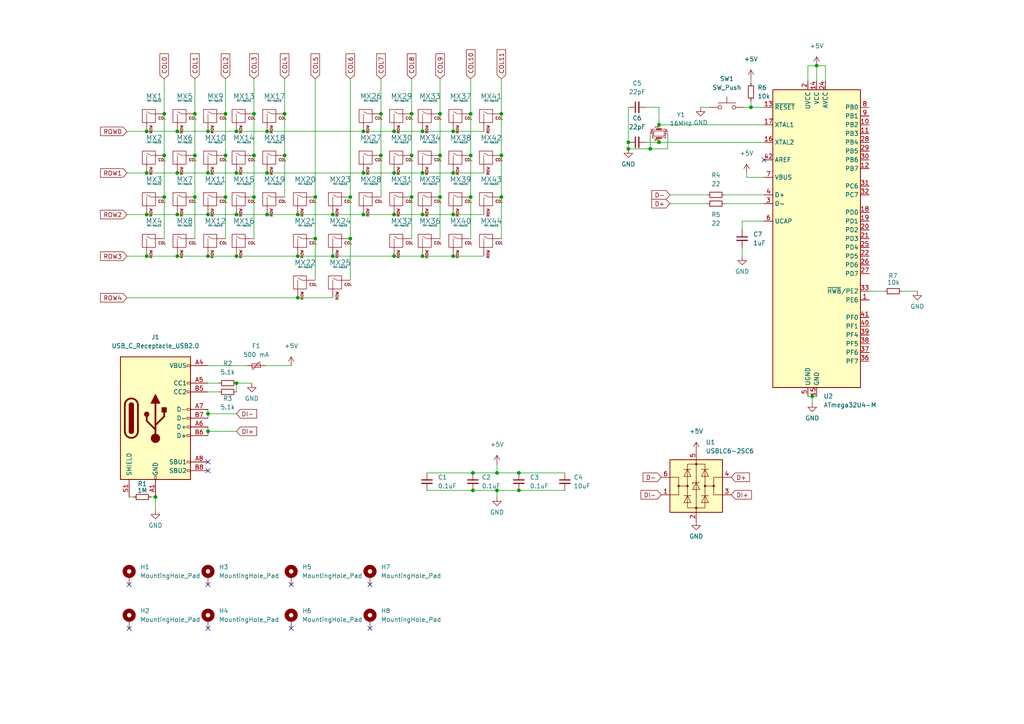
<source format=kicad_sch>
(kicad_sch (version 20211123) (generator eeschema)
  (paper "A4")
  (lib_symbols
    (symbol "Connector:USB_C_Receptacle_USB2.0" (pin_names (offset 1.016))
      (property "Reference" "J" (at -10.16 19.05 0))
      (property "Value" "USB_C_Receptacle_USB2.0" (at 19.05 19.05 0))
      (symbol "USB_C_Receptacle_USB2.0_0_0"
        (rectangle (start -0.254 -17.78) (end 0.254 -16.764))
        (rectangle (start 10.16 -14.986) (end 9.144 -15.494))
        (rectangle (start 10.16 -12.446) (end 9.144 -12.954))
        (rectangle (start 10.16 -4.826) (end 9.144 -5.334))
        (rectangle (start 10.16 -2.286) (end 9.144 -2.794))
        (rectangle (start 10.16 0.254) (end 9.144 -0.254))
        (rectangle (start 10.16 2.794) (end 9.144 2.286))
        (rectangle (start 10.16 7.874) (end 9.144 7.366))
        (rectangle (start 10.16 10.414) (end 9.144 9.906))
        (rectangle (start 10.16 15.494) (end 9.144 14.986))
      )
      (symbol "USB_C_Receptacle_USB2.0_0_1"
        (rectangle (start -10.16 17.78) (end 10.16 -17.78) (stroke (width 0.254)) (fill (type background)))
        (arc (start -8.89 -3.81) (mid -6.985 -5.715) (end -5.08 -3.81) (stroke (width 0.508)))
        (arc (start -7.62 -3.81) (mid -6.985 -4.445) (end -6.35 -3.81) (stroke (width 0.254)))
        (arc (start -7.62 -3.81) (mid -6.985 -4.445) (end -6.35 -3.81) (stroke (width 0.254)) (fill (type outline)))
        (rectangle (start -7.62 -3.81) (end -6.35 3.81) (stroke (width 0.254)) (fill (type outline)))
        (arc (start -6.35 3.81) (mid -6.985 4.445) (end -7.62 3.81) (stroke (width 0.254)))
        (arc (start -6.35 3.81) (mid -6.985 4.445) (end -7.62 3.81) (stroke (width 0.254)) (fill (type outline)))
        (arc (start -5.08 3.81) (mid -6.985 5.715) (end -8.89 3.81) (stroke (width 0.508)))
        (circle (center -2.54 1.143) (radius 0.635) (stroke (width 0.254)) (fill (type outline)))
        (circle (center 0 -5.842) (radius 1.27) (fill (type outline)))
        (polyline (pts (xy -8.89 -3.81) (xy -8.89 3.81)) (stroke (width 0.508)))
        (polyline (pts (xy -5.08 3.81) (xy -5.08 -3.81)) (stroke (width 0.508)))
        (polyline (pts (xy 0 -5.842) (xy 0 4.318)) (stroke (width 0.508)))
        (polyline (pts (xy 0 -3.302) (xy -2.54 -0.762) (xy -2.54 0.508)) (stroke (width 0.508)))
        (polyline (pts (xy 0 -2.032) (xy 2.54 0.508) (xy 2.54 1.778)) (stroke (width 0.508)))
        (polyline (pts (xy -1.27 4.318) (xy 0 6.858) (xy 1.27 4.318) (xy -1.27 4.318)) (stroke (width 0.254)) (fill (type outline)))
        (rectangle (start 1.905 1.778) (end 3.175 3.048) (stroke (width 0.254)) (fill (type outline)))
      )
      (symbol "USB_C_Receptacle_USB2.0_1_1"
        (pin passive line (at 0 -22.86 90) (length 5.08) (name "GND") (number "A1"))
        (pin passive line (at 0 -22.86 90) (length 5.08) hide (name "GND") (number "A12"))
        (pin passive line (at 15.24 15.24 180) (length 5.08) (name "VBUS") (number "A4"))
        (pin bidirectional line (at 15.24 10.16 180) (length 5.08) (name "CC1") (number "A5"))
        (pin bidirectional line (at 15.24 -2.54 180) (length 5.08) (name "D+") (number "A6"))
        (pin bidirectional line (at 15.24 2.54 180) (length 5.08) (name "D-") (number "A7"))
        (pin bidirectional line (at 15.24 -12.7 180) (length 5.08) (name "SBU1") (number "A8"))
        (pin passive line (at 15.24 15.24 180) (length 5.08) hide (name "VBUS") (number "A9"))
        (pin passive line (at 0 -22.86 90) (length 5.08) hide (name "GND") (number "B1"))
        (pin passive line (at 0 -22.86 90) (length 5.08) hide (name "GND") (number "B12"))
        (pin passive line (at 15.24 15.24 180) (length 5.08) hide (name "VBUS") (number "B4"))
        (pin bidirectional line (at 15.24 7.62 180) (length 5.08) (name "CC2") (number "B5"))
        (pin bidirectional line (at 15.24 -5.08 180) (length 5.08) (name "D+") (number "B6"))
        (pin bidirectional line (at 15.24 0 180) (length 5.08) (name "D-") (number "B7"))
        (pin bidirectional line (at 15.24 -15.24 180) (length 5.08) (name "SBU2") (number "B8"))
        (pin passive line (at 15.24 15.24 180) (length 5.08) hide (name "VBUS") (number "B9"))
        (pin passive line (at -7.62 -22.86 90) (length 5.08) (name "SHIELD") (number "S1"))
      )
    )
    (symbol "Device:C_Small" (pin_numbers hide) (pin_names (offset 0.254) hide)
      (property "Reference" "C" (at 0.254 1.778 0))
      (property "Value" "C_Small" (at 0.254 -2.032 0))
      (symbol "C_Small_0_1"
        (polyline (pts (xy -1.524 -0.508) (xy 1.524 -0.508)) (stroke (width 0.3302)))
        (polyline (pts (xy -1.524 0.508) (xy 1.524 0.508)) (stroke (width 0.3048)))
      )
      (symbol "C_Small_1_1"
        (pin passive line (at 0 2.54 270) (length 2.032) (name "~") (number "1"))
        (pin passive line (at 0 -2.54 90) (length 2.032) (name "~") (number "2"))
      )
    )
    (symbol "Device:Crystal_GND24_Small" (pin_names (offset 1.016) hide)
      (property "Reference" "Y" (at 1.27 4.445 0))
      (property "Value" "Crystal_GND24_Small" (at 1.27 2.54 0))
      (symbol "Crystal_GND24_Small_0_1"
        (rectangle (start -0.762 -1.524) (end 0.762 1.524))
        (polyline (pts (xy -1.27 -0.762) (xy -1.27 0.762)) (stroke (width 0.381)))
        (polyline (pts (xy 1.27 -0.762) (xy 1.27 0.762)) (stroke (width 0.381)))
        (polyline (pts (xy -1.27 -1.27) (xy -1.27 -1.905) (xy 1.27 -1.905) (xy 1.27 -1.27)))
        (polyline (pts (xy -1.27 1.27) (xy -1.27 1.905) (xy 1.27 1.905) (xy 1.27 1.27)))
      )
      (symbol "Crystal_GND24_Small_1_1"
        (pin passive line (at -2.54 0 0) (length 1.27) (name "1") (number "1"))
        (pin passive line (at 0 -2.54 90) (length 0.635) (name "2") (number "2"))
        (pin passive line (at 2.54 0 180) (length 1.27) (name "3") (number "3"))
        (pin passive line (at 0 2.54 270) (length 0.635) (name "4") (number "4"))
      )
    )
    (symbol "Device:Polyfuse_Small" (pin_numbers hide) (pin_names (offset 0))
      (property "Reference" "F" (at -1.905 0 90))
      (property "Value" "Polyfuse_Small" (at 1.905 0 90))
      (symbol "Polyfuse_Small_0_1"
        (rectangle (start -0.508 1.27) (end 0.508 -1.27))
        (polyline (pts (xy 0 2.54) (xy 0 -2.54)))
        (polyline (pts (xy -1.016 1.27) (xy -1.016 0.762) (xy 1.016 -0.762) (xy 1.016 -1.27)))
      )
      (symbol "Polyfuse_Small_1_1"
        (pin passive line (at 0 2.54 270) (length 0.635) (name "~") (number "1"))
        (pin passive line (at 0 -2.54 90) (length 0.635) (name "~") (number "2"))
      )
    )
    (symbol "Device:R_Small" (pin_numbers hide) (pin_names (offset 0.254) hide)
      (property "Reference" "R" (at 0.762 0.508 0))
      (property "Value" "R_Small" (at 0.762 -1.016 0))
      (symbol "R_Small_0_1"
        (rectangle (start -0.762 1.778) (end 0.762 -1.778) (stroke (width 0.2032)))
      )
      (symbol "R_Small_1_1"
        (pin passive line (at 0 2.54 270) (length 0.762) (name "~") (number "1"))
        (pin passive line (at 0 -2.54 90) (length 0.762) (name "~") (number "2"))
      )
    )
    (symbol "MCU_Microchip_ATmega:ATmega32U4-M"
      (property "Reference" "U" (at -12.7 44.45 0))
      (property "Value" "ATmega32U4-M" (at 2.54 -44.45 0))
      (symbol "ATmega32U4-M_0_1"
        (rectangle (start -12.7 -43.18) (end 12.7 43.18) (stroke (width 0.254)) (fill (type background)))
      )
      (symbol "ATmega32U4-M_1_1"
        (pin bidirectional line (at 15.24 -17.78 180) (length 2.54) (name "PE6") (number "1"))
        (pin bidirectional line (at 15.24 33.02 180) (length 2.54) (name "PB2") (number "10"))
        (pin bidirectional line (at 15.24 30.48 180) (length 2.54) (name "PB3") (number "11"))
        (pin bidirectional line (at 15.24 20.32 180) (length 2.54) (name "PB7") (number "12"))
        (pin input line (at -15.24 38.1 0) (length 2.54) (name "~{RESET}") (number "13"))
        (pin power_in line (at 0 45.72 270) (length 2.54) (name "VCC") (number "14"))
        (pin power_in line (at 0 -45.72 90) (length 2.54) (name "GND") (number "15"))
        (pin output line (at -15.24 27.94 0) (length 2.54) (name "XTAL2") (number "16"))
        (pin input line (at -15.24 33.02 0) (length 2.54) (name "XTAL1") (number "17"))
        (pin bidirectional line (at 15.24 7.62 180) (length 2.54) (name "PD0") (number "18"))
        (pin bidirectional line (at 15.24 5.08 180) (length 2.54) (name "PD1") (number "19"))
        (pin power_in line (at -2.54 45.72 270) (length 2.54) (name "UVCC") (number "2"))
        (pin bidirectional line (at 15.24 2.54 180) (length 2.54) (name "PD2") (number "20"))
        (pin bidirectional line (at 15.24 0 180) (length 2.54) (name "PD3") (number "21"))
        (pin bidirectional line (at 15.24 -5.08 180) (length 2.54) (name "PD5") (number "22"))
        (pin passive line (at 0 -45.72 90) (length 2.54) hide (name "GND") (number "23"))
        (pin power_in line (at 2.54 45.72 270) (length 2.54) (name "AVCC") (number "24"))
        (pin bidirectional line (at 15.24 -2.54 180) (length 2.54) (name "PD4") (number "25"))
        (pin bidirectional line (at 15.24 -7.62 180) (length 2.54) (name "PD6") (number "26"))
        (pin bidirectional line (at 15.24 -10.16 180) (length 2.54) (name "PD7") (number "27"))
        (pin bidirectional line (at 15.24 27.94 180) (length 2.54) (name "PB4") (number "28"))
        (pin bidirectional line (at 15.24 25.4 180) (length 2.54) (name "PB5") (number "29"))
        (pin bidirectional line (at -15.24 10.16 0) (length 2.54) (name "D-") (number "3"))
        (pin bidirectional line (at 15.24 22.86 180) (length 2.54) (name "PB6") (number "30"))
        (pin bidirectional line (at 15.24 15.24 180) (length 2.54) (name "PC6") (number "31"))
        (pin bidirectional line (at 15.24 12.7 180) (length 2.54) (name "PC7") (number "32"))
        (pin bidirectional line (at 15.24 -15.24 180) (length 2.54) (name "~{HWB}/PE2") (number "33"))
        (pin passive line (at 0 45.72 270) (length 2.54) hide (name "VCC") (number "34"))
        (pin passive line (at 0 -45.72 90) (length 2.54) hide (name "GND") (number "35"))
        (pin bidirectional line (at 15.24 -35.56 180) (length 2.54) (name "PF7") (number "36"))
        (pin bidirectional line (at 15.24 -33.02 180) (length 2.54) (name "PF6") (number "37"))
        (pin bidirectional line (at 15.24 -30.48 180) (length 2.54) (name "PF5") (number "38"))
        (pin bidirectional line (at 15.24 -27.94 180) (length 2.54) (name "PF4") (number "39"))
        (pin bidirectional line (at -15.24 12.7 0) (length 2.54) (name "D+") (number "4"))
        (pin bidirectional line (at 15.24 -25.4 180) (length 2.54) (name "PF1") (number "40"))
        (pin bidirectional line (at 15.24 -22.86 180) (length 2.54) (name "PF0") (number "41"))
        (pin passive line (at -15.24 22.86 0) (length 2.54) (name "AREF") (number "42"))
        (pin passive line (at 0 -45.72 90) (length 2.54) hide (name "GND") (number "43"))
        (pin passive line (at 2.54 45.72 270) (length 2.54) hide (name "AVCC") (number "44"))
        (pin passive line (at 0 -45.72 90) (length 2.54) hide (name "GND") (number "45"))
        (pin passive line (at -2.54 -45.72 90) (length 2.54) (name "UGND") (number "5"))
        (pin passive line (at -15.24 5.08 0) (length 2.54) (name "UCAP") (number "6"))
        (pin input line (at -15.24 17.78 0) (length 2.54) (name "VBUS") (number "7"))
        (pin bidirectional line (at 15.24 38.1 180) (length 2.54) (name "PB0") (number "8"))
        (pin bidirectional line (at 15.24 35.56 180) (length 2.54) (name "PB1") (number "9"))
      )
    )
    (symbol "MX_Alps_Hybrid:MX-NoLED" (pin_names (offset 1.016))
      (property "Reference" "MX" (at -0.635 3.81 0))
      (property "Value" "MX-NoLED" (at -0.635 1.27 0))
      (symbol "MX-NoLED_0_0"
        (rectangle (start -2.54 2.54) (end 1.27 -1.27))
        (polyline (pts (xy -1.27 -1.27) (xy -1.27 1.27)) (stroke (width 0.127)))
        (polyline (pts (xy 1.27 1.27) (xy 0 1.27) (xy -1.27 1.905)) (stroke (width 0.127)))
        (text "COL" (at 3.175 0 0) (effects (font (size 0.762 0.762))))
        (text "ROW" (at 0 -1.905 900) (effects (font (size 0.762 0.762)) (justify right)))
      )
      (symbol "MX-NoLED_1_1"
        (pin passive line (at 3.81 1.27 180) (length 2.54) (name "COL") (number "1"))
        (pin passive line (at -1.27 -3.81 90) (length 2.54) (name "ROW") (number "2"))
      )
    )
    (symbol "Mechanical:MountingHole_Pad" (pin_numbers hide) (pin_names (offset 1.016) hide)
      (property "Reference" "H" (at 0 6.35 0))
      (property "Value" "MountingHole_Pad" (at 0 4.445 0))
      (symbol "MountingHole_Pad_0_1"
        (circle (center 0 1.27) (radius 1.27) (stroke (width 1.27)))
      )
      (symbol "MountingHole_Pad_1_1"
        (pin input line (at 0 -2.54 90) (length 2.54) (name "1") (number "1"))
      )
    )
    (symbol "Power_Protection:USBLC6-2SC6" (pin_names hide)
      (property "Reference" "U" (at 2.54 8.89 0))
      (property "Value" "USBLC6-2SC6" (at 2.54 -8.89 0))
      (symbol "USBLC6-2SC6_0_1"
        (rectangle (start -7.62 -7.62) (end 7.62 7.62) (stroke (width 0.254)) (fill (type background)))
        (circle (center -5.08 0) (radius 0.254) (fill (type outline)))
        (circle (center -2.54 0) (radius 0.254) (fill (type outline)))
        (rectangle (start -2.54 6.35) (end 2.54 -6.35))
        (circle (center 0 -6.35) (radius 0.254) (fill (type outline)))
        (polyline (pts (xy -5.08 -2.54) (xy -7.62 -2.54)))
        (polyline (pts (xy -5.08 0) (xy -5.08 -2.54)))
        (polyline (pts (xy -5.08 2.54) (xy -7.62 2.54)))
        (polyline (pts (xy -1.524 -2.794) (xy -3.556 -2.794)))
        (polyline (pts (xy -1.524 4.826) (xy -3.556 4.826)))
        (polyline (pts (xy 0 -7.62) (xy 0 -6.35)))
        (polyline (pts (xy 0 -6.35) (xy 0 1.27)))
        (polyline (pts (xy 0 1.27) (xy 0 6.35)))
        (polyline (pts (xy 0 6.35) (xy 0 7.62)))
        (polyline (pts (xy 1.524 -2.794) (xy 3.556 -2.794)))
        (polyline (pts (xy 1.524 4.826) (xy 3.556 4.826)))
        (polyline (pts (xy 5.08 -2.54) (xy 7.62 -2.54)))
        (polyline (pts (xy 5.08 0) (xy 5.08 -2.54)))
        (polyline (pts (xy 5.08 2.54) (xy 7.62 2.54)))
        (polyline (pts (xy -2.54 0) (xy -5.08 0) (xy -5.08 2.54)))
        (polyline (pts (xy 2.54 0) (xy 5.08 0) (xy 5.08 2.54)))
        (polyline (pts (xy -3.556 -4.826) (xy -1.524 -4.826) (xy -2.54 -2.794) (xy -3.556 -4.826)))
        (polyline (pts (xy -3.556 2.794) (xy -1.524 2.794) (xy -2.54 4.826) (xy -3.556 2.794)))
        (polyline (pts (xy -1.016 -1.016) (xy 1.016 -1.016) (xy 0 1.016) (xy -1.016 -1.016)))
        (polyline (pts (xy 1.016 1.016) (xy 0.762 1.016) (xy -1.016 1.016) (xy -1.016 0.508)))
        (polyline (pts (xy 3.556 -4.826) (xy 1.524 -4.826) (xy 2.54 -2.794) (xy 3.556 -4.826)))
        (polyline (pts (xy 3.556 2.794) (xy 1.524 2.794) (xy 2.54 4.826) (xy 3.556 2.794)))
        (circle (center 0 6.35) (radius 0.254) (fill (type outline)))
        (circle (center 2.54 0) (radius 0.254) (fill (type outline)))
        (circle (center 5.08 0) (radius 0.254) (fill (type outline)))
      )
      (symbol "USBLC6-2SC6_1_1"
        (pin passive line (at -10.16 -2.54 0) (length 2.54) (name "I/O1") (number "1"))
        (pin passive line (at 0 -10.16 90) (length 2.54) (name "GND") (number "2"))
        (pin passive line (at 10.16 -2.54 180) (length 2.54) (name "I/O2") (number "3"))
        (pin passive line (at 10.16 2.54 180) (length 2.54) (name "I/O2") (number "4"))
        (pin passive line (at 0 10.16 270) (length 2.54) (name "VBUS") (number "5"))
        (pin passive line (at -10.16 2.54 0) (length 2.54) (name "I/O1") (number "6"))
      )
    )
    (symbol "Switch:SW_Push" (pin_numbers hide) (pin_names (offset 1.016) hide)
      (property "Reference" "SW" (at 1.27 2.54 0))
      (property "Value" "SW_Push" (at 0 -1.524 0))
      (symbol "SW_Push_0_1"
        (circle (center -2.032 0) (radius 0.508))
        (polyline (pts (xy 0 1.27) (xy 0 3.048)))
        (polyline (pts (xy 2.54 1.27) (xy -2.54 1.27)))
        (circle (center 2.032 0) (radius 0.508))
        (pin passive line (at -5.08 0 0) (length 2.54) (name "1") (number "1"))
        (pin passive line (at 5.08 0 180) (length 2.54) (name "2") (number "2"))
      )
    )
    (symbol "power:+5V" (power) (pin_names (offset 0))
      (property "Value" "+5V" (at 0 3.556 0))
      (symbol "+5V_0_1"
        (polyline (pts (xy -0.762 1.27) (xy 0 2.54)))
        (polyline (pts (xy 0 0) (xy 0 2.54)))
        (polyline (pts (xy 0 2.54) (xy 0.762 1.27)))
      )
      (symbol "+5V_1_1"
        (pin power_in line (at 0 0 90) (length 0) hide (name "+5V") (number "1"))
      )
    )
    (symbol "power:GND" (power) (pin_names (offset 0))
      (property "Value" "GND" (at 0 -3.81 0))
      (symbol "GND_0_1"
        (polyline (pts (xy 0 0) (xy 0 -1.27) (xy 1.27 -1.27) (xy 0 -2.54) (xy -1.27 -1.27) (xy 0 -1.27)))
      )
      (symbol "GND_1_1"
        (pin power_in line (at 0 0 270) (length 0) hide (name "GND") (number "1"))
      )
    )
  )
  (junction (at 45.085 144.145))
  (junction (at 51.435 62.23))
  (junction (at 65.405 33.02))
  (junction (at 60.325 62.23))
  (junction (at 68.58 111.125))
  (junction (at 191.135 41.275))
  (junction (at 119.38 45.085))
  (junction (at 42.545 38.1))
  (junction (at 122.555 74.295))
  (junction (at 144.145 137.16))
  (junction (at 182.245 41.275))
  (junction (at 122.555 62.23))
  (junction (at 42.545 62.23))
  (junction (at 51.435 74.295))
  (junction (at 73.66 33.02))
  (junction (at 60.325 50.165))
  (junction (at 122.555 38.1))
  (junction (at 136.525 33.02))
  (junction (at 131.445 38.1))
  (junction (at 131.445 50.165))
  (junction (at 235.585 114.935))
  (junction (at 127.635 45.085))
  (junction (at 86.36 74.295))
  (junction (at 47.625 57.15))
  (junction (at 86.36 62.23))
  (junction (at 60.325 38.1))
  (junction (at 51.435 38.1))
  (junction (at 68.58 74.295))
  (junction (at 60.325 74.295))
  (junction (at 144.145 142.24))
  (junction (at 65.405 45.085))
  (junction (at 96.52 74.295))
  (junction (at 56.515 57.15))
  (junction (at 122.555 50.165))
  (junction (at 105.41 50.165))
  (junction (at 68.58 50.165))
  (junction (at 86.36 86.36))
  (junction (at 73.66 45.085))
  (junction (at 60.325 120.015))
  (junction (at 119.38 57.15))
  (junction (at 91.44 57.15))
  (junction (at 131.445 74.295))
  (junction (at 68.58 38.1))
  (junction (at 136.525 45.085))
  (junction (at 217.805 31.115))
  (junction (at 114.3 62.23))
  (junction (at 105.41 38.1))
  (junction (at 82.55 33.02))
  (junction (at 82.55 45.085))
  (junction (at 68.58 62.23))
  (junction (at 65.405 57.15))
  (junction (at 114.3 38.1))
  (junction (at 96.52 62.23))
  (junction (at 47.625 33.02))
  (junction (at 101.6 69.215))
  (junction (at 119.38 33.02))
  (junction (at 188.595 43.18))
  (junction (at 56.515 45.085))
  (junction (at 145.415 33.02))
  (junction (at 77.47 62.23))
  (junction (at 191.135 36.195))
  (junction (at 60.325 125.095))
  (junction (at 236.855 19.05))
  (junction (at 127.635 57.15))
  (junction (at 114.3 74.295))
  (junction (at 47.625 45.085))
  (junction (at 150.495 142.24))
  (junction (at 105.41 62.23))
  (junction (at 150.495 137.16))
  (junction (at 77.47 38.1))
  (junction (at 56.515 33.02))
  (junction (at 110.49 45.085))
  (junction (at 137.16 142.24))
  (junction (at 127.635 33.02))
  (junction (at 110.49 33.02))
  (junction (at 114.3 50.165))
  (junction (at 42.545 74.295))
  (junction (at 136.525 57.15))
  (junction (at 145.415 45.085))
  (junction (at 101.6 57.15))
  (junction (at 137.16 137.16))
  (junction (at 182.245 43.18))
  (junction (at 77.47 50.165))
  (junction (at 42.545 50.165))
  (junction (at 131.445 62.23))
  (junction (at 51.435 50.165))
  (junction (at 91.44 69.215))
  (junction (at 73.66 57.15))
  (junction (at 145.415 57.15))
  (no_connect (at 60.325 133.985))
  (no_connect (at 60.325 136.525))
  (no_connect (at 221.615 46.355))
  (no_connect (at 37.465 169.545))
  (no_connect (at 60.325 169.545))
  (no_connect (at 60.325 182.245))
  (no_connect (at 37.465 182.245))
  (no_connect (at 84.455 169.545))
  (no_connect (at 107.315 169.545))
  (no_connect (at 107.315 182.245))
  (no_connect (at 84.455 182.245))
  (wire (pts (xy 221.615 64.135) (xy 215.265 64.135)))
  (wire (pts (xy 42.545 50.165) (xy 51.435 50.165)))
  (wire (pts (xy 73.66 45.085) (xy 73.66 57.15)))
  (wire (pts (xy 56.515 57.15) (xy 56.515 69.215)))
  (wire (pts (xy 91.44 69.215) (xy 91.44 81.28)))
  (wire (pts (xy 68.58 74.295) (xy 86.36 74.295)))
  (wire (pts (xy 60.325 118.745) (xy 60.325 120.015)))
  (wire (pts (xy 60.325 125.095) (xy 60.325 126.365)))
  (wire (pts (xy 101.6 57.15) (xy 101.6 69.215)))
  (wire (pts (xy 68.58 111.125) (xy 73.025 111.125)))
  (wire (pts (xy 114.3 50.165) (xy 122.555 50.165)))
  (wire (pts (xy 73.66 33.02) (xy 73.66 45.085)))
  (wire (pts (xy 91.44 22.86) (xy 91.44 57.15)))
  (wire (pts (xy 191.135 41.275) (xy 221.615 41.275)))
  (wire (pts (xy 51.435 74.295) (xy 60.325 74.295)))
  (wire (pts (xy 60.325 120.015) (xy 60.325 121.285)))
  (wire (pts (xy 51.435 38.1) (xy 60.325 38.1)))
  (wire (pts (xy 137.16 137.16) (xy 144.145 137.16)))
  (wire (pts (xy 119.38 33.02) (xy 119.38 45.085)))
  (wire (pts (xy 60.325 38.1) (xy 68.58 38.1)))
  (wire (pts (xy 127.635 33.02) (xy 127.635 45.085)))
  (wire (pts (xy 122.555 74.295) (xy 131.445 74.295)))
  (wire (pts (xy 82.55 33.02) (xy 82.55 45.085)))
  (wire (pts (xy 60.325 111.125) (xy 63.5 111.125)))
  (wire (pts (xy 51.435 62.23) (xy 60.325 62.23)))
  (wire (pts (xy 101.6 69.215) (xy 101.6 81.28)))
  (wire (pts (xy 123.825 142.24) (xy 137.16 142.24)))
  (wire (pts (xy 37.465 144.145) (xy 38.735 144.145)))
  (wire (pts (xy 110.49 45.085) (xy 110.49 57.15)))
  (wire (pts (xy 105.41 38.1) (xy 114.3 38.1)))
  (wire (pts (xy 60.325 113.665) (xy 63.5 113.665)))
  (wire (pts (xy 36.83 74.295) (xy 42.545 74.295)))
  (wire (pts (xy 119.38 45.085) (xy 119.38 57.15)))
  (wire (pts (xy 127.635 57.15) (xy 127.635 69.215)))
  (wire (pts (xy 137.16 142.24) (xy 144.145 142.24)))
  (wire (pts (xy 239.395 23.495) (xy 239.395 19.05)))
  (wire (pts (xy 36.83 38.1) (xy 42.545 38.1)))
  (wire (pts (xy 239.395 19.05) (xy 236.855 19.05)))
  (wire (pts (xy 216.535 51.435) (xy 216.535 50.165)))
  (wire (pts (xy 96.52 74.295) (xy 114.3 74.295)))
  (wire (pts (xy 42.545 74.295) (xy 51.435 74.295)))
  (wire (pts (xy 60.325 74.295) (xy 68.58 74.295)))
  (wire (pts (xy 86.36 62.23) (xy 96.52 62.23)))
  (wire (pts (xy 65.405 45.085) (xy 65.405 57.15)))
  (wire (pts (xy 193.675 38.735) (xy 193.675 43.18)))
  (wire (pts (xy 191.135 36.195) (xy 221.615 36.195)))
  (wire (pts (xy 60.325 62.23) (xy 68.58 62.23)))
  (wire (pts (xy 144.145 134.62) (xy 144.145 137.16)))
  (wire (pts (xy 145.415 33.02) (xy 145.415 45.085)))
  (wire (pts (xy 42.545 38.1) (xy 51.435 38.1)))
  (wire (pts (xy 42.545 62.23) (xy 51.435 62.23)))
  (wire (pts (xy 36.83 86.36) (xy 86.36 86.36)))
  (wire (pts (xy 60.325 106.045) (xy 71.755 106.045)))
  (wire (pts (xy 145.415 22.86) (xy 145.415 33.02)))
  (wire (pts (xy 51.435 50.165) (xy 60.325 50.165)))
  (wire (pts (xy 114.3 74.295) (xy 122.555 74.295)))
  (wire (pts (xy 47.625 57.15) (xy 47.625 69.215)))
  (wire (pts (xy 122.555 62.23) (xy 131.445 62.23)))
  (wire (pts (xy 235.585 114.935) (xy 235.585 116.84)))
  (wire (pts (xy 65.405 33.02) (xy 65.405 45.085)))
  (wire (pts (xy 114.3 62.23) (xy 122.555 62.23)))
  (wire (pts (xy 101.6 22.86) (xy 101.6 57.15)))
  (wire (pts (xy 221.615 51.435) (xy 216.535 51.435)))
  (wire (pts (xy 261.62 84.455) (xy 266.065 84.455)))
  (wire (pts (xy 131.445 74.295) (xy 140.335 74.295)))
  (wire (pts (xy 65.405 22.86) (xy 65.405 33.02)))
  (wire (pts (xy 60.325 125.095) (xy 68.58 125.095)))
  (wire (pts (xy 56.515 33.02) (xy 56.515 45.085)))
  (wire (pts (xy 131.445 38.1) (xy 140.335 38.1)))
  (wire (pts (xy 110.49 33.02) (xy 110.49 45.085)))
  (wire (pts (xy 105.41 62.23) (xy 114.3 62.23)))
  (wire (pts (xy 73.66 57.15) (xy 73.66 69.215)))
  (wire (pts (xy 144.145 137.16) (xy 150.495 137.16)))
  (wire (pts (xy 127.635 22.86) (xy 127.635 33.02)))
  (wire (pts (xy 193.675 43.18) (xy 188.595 43.18)))
  (wire (pts (xy 56.515 45.085) (xy 56.515 57.15)))
  (wire (pts (xy 77.47 62.23) (xy 86.36 62.23)))
  (wire (pts (xy 145.415 45.085) (xy 145.415 57.15)))
  (wire (pts (xy 187.325 31.115) (xy 191.135 31.115)))
  (wire (pts (xy 221.615 31.115) (xy 217.805 31.115)))
  (wire (pts (xy 188.595 38.735) (xy 188.595 43.18)))
  (wire (pts (xy 136.525 33.02) (xy 136.525 45.085)))
  (wire (pts (xy 68.58 62.23) (xy 77.47 62.23)))
  (wire (pts (xy 131.445 50.165) (xy 140.335 50.165)))
  (wire (pts (xy 150.495 137.16) (xy 163.83 137.16)))
  (wire (pts (xy 65.405 57.15) (xy 65.405 69.215)))
  (wire (pts (xy 82.55 22.86) (xy 82.55 33.02)))
  (wire (pts (xy 187.325 41.275) (xy 191.135 41.275)))
  (wire (pts (xy 105.41 50.165) (xy 114.3 50.165)))
  (wire (pts (xy 43.815 144.145) (xy 45.085 144.145)))
  (wire (pts (xy 252.095 84.455) (xy 256.54 84.455)))
  (wire (pts (xy 86.36 86.36) (xy 96.52 86.36)))
  (wire (pts (xy 210.185 56.515) (xy 221.615 56.515)))
  (wire (pts (xy 110.49 22.86) (xy 110.49 33.02)))
  (wire (pts (xy 114.3 38.1) (xy 122.555 38.1)))
  (wire (pts (xy 145.415 57.15) (xy 145.415 69.215)))
  (wire (pts (xy 77.47 38.1) (xy 105.41 38.1)))
  (wire (pts (xy 86.36 74.295) (xy 96.52 74.295)))
  (wire (pts (xy 45.085 144.145) (xy 45.085 147.955)))
  (wire (pts (xy 194.31 59.055) (xy 205.105 59.055)))
  (wire (pts (xy 182.245 31.115) (xy 182.245 41.275)))
  (wire (pts (xy 182.245 43.18) (xy 188.595 43.18)))
  (wire (pts (xy 144.145 142.24) (xy 150.495 142.24)))
  (wire (pts (xy 217.805 29.21) (xy 217.805 31.115)))
  (wire (pts (xy 60.325 50.165) (xy 68.58 50.165)))
  (wire (pts (xy 122.555 50.165) (xy 131.445 50.165)))
  (wire (pts (xy 136.525 45.085) (xy 136.525 57.15)))
  (wire (pts (xy 68.58 38.1) (xy 77.47 38.1)))
  (wire (pts (xy 47.625 33.02) (xy 47.625 45.085)))
  (wire (pts (xy 119.38 57.15) (xy 119.38 69.215)))
  (wire (pts (xy 56.515 22.86) (xy 56.515 33.02)))
  (wire (pts (xy 136.525 57.15) (xy 136.525 69.215)))
  (wire (pts (xy 91.44 57.15) (xy 91.44 69.215)))
  (wire (pts (xy 215.265 71.755) (xy 215.265 74.295)))
  (wire (pts (xy 236.855 19.05) (xy 236.855 23.495)))
  (wire (pts (xy 123.825 137.16) (xy 137.16 137.16)))
  (wire (pts (xy 234.315 114.935) (xy 235.585 114.935)))
  (wire (pts (xy 76.835 106.045) (xy 84.455 106.045)))
  (wire (pts (xy 234.315 23.495) (xy 234.315 19.05)))
  (wire (pts (xy 215.9 31.115) (xy 217.805 31.115)))
  (wire (pts (xy 68.58 50.165) (xy 77.47 50.165)))
  (wire (pts (xy 144.145 144.145) (xy 144.145 142.24)))
  (wire (pts (xy 36.83 62.23) (xy 42.545 62.23)))
  (wire (pts (xy 127.635 45.085) (xy 127.635 57.15)))
  (wire (pts (xy 73.66 22.86) (xy 73.66 33.02)))
  (wire (pts (xy 217.805 22.86) (xy 217.805 24.13)))
  (wire (pts (xy 60.325 120.015) (xy 68.58 120.015)))
  (wire (pts (xy 47.625 22.86) (xy 47.625 33.02)))
  (wire (pts (xy 210.185 59.055) (xy 221.615 59.055)))
  (wire (pts (xy 131.445 62.23) (xy 140.335 62.23)))
  (wire (pts (xy 136.525 22.86) (xy 136.525 33.02)))
  (wire (pts (xy 234.315 19.05) (xy 236.855 19.05)))
  (wire (pts (xy 182.245 41.275) (xy 182.245 43.18)))
  (wire (pts (xy 191.135 31.115) (xy 191.135 36.195)))
  (wire (pts (xy 194.31 56.515) (xy 205.105 56.515)))
  (wire (pts (xy 47.625 45.085) (xy 47.625 57.15)))
  (wire (pts (xy 203.2 31.115) (xy 205.74 31.115)))
  (wire (pts (xy 82.55 45.085) (xy 82.55 57.15)))
  (wire (pts (xy 215.265 64.135) (xy 215.265 66.675)))
  (wire (pts (xy 36.83 50.165) (xy 42.545 50.165)))
  (wire (pts (xy 236.855 114.935) (xy 235.585 114.935)))
  (wire (pts (xy 96.52 62.23) (xy 105.41 62.23)))
  (wire (pts (xy 122.555 38.1) (xy 131.445 38.1)))
  (wire (pts (xy 60.325 123.825) (xy 60.325 125.095)))
  (wire (pts (xy 119.38 22.86) (xy 119.38 33.02)))
  (wire (pts (xy 68.58 111.125) (xy 68.58 113.665)))
  (wire (pts (xy 77.47 50.165) (xy 105.41 50.165)))
  (wire (pts (xy 150.495 142.24) (xy 163.83 142.24)))
  (global_label "COL0" (shape input) (at 47.625 22.86 90) (property "Intersheet References" "${INTERSHEET_REFS}" (effects hide)))
  (global_label "DI-" (shape input) (at 191.77 143.51 180) (property "Intersheet References" "${INTERSHEET_REFS}" (effects hide)))
  (global_label "ROW0" (shape input) (at 36.83 38.1 180) (property "Intersheet References" "${INTERSHEET_REFS}" (effects hide)))
  (global_label "D+" (shape input) (at 194.31 59.055 180) (property "Intersheet References" "${INTERSHEET_REFS}" (effects hide)))
  (global_label "COL10" (shape input) (at 136.525 22.86 90) (property "Intersheet References" "${INTERSHEET_REFS}" (effects hide)))
  (global_label "ROW2" (shape input) (at 36.83 62.23 180) (property "Intersheet References" "${INTERSHEET_REFS}" (effects hide)))
  (global_label "COL1" (shape input) (at 56.515 22.86 90) (property "Intersheet References" "${INTERSHEET_REFS}" (effects hide)))
  (global_label "DI-" (shape input) (at 68.58 120.015 0) (property "Intersheet References" "${INTERSHEET_REFS}" (effects hide)))
  (global_label "ROW1" (shape input) (at 36.83 50.165 180) (property "Intersheet References" "${INTERSHEET_REFS}" (effects hide)))
  (global_label "DI+" (shape input) (at 212.09 143.51 0) (property "Intersheet References" "${INTERSHEET_REFS}" (effects hide)))
  (global_label "COL4" (shape input) (at 82.55 22.86 90) (property "Intersheet References" "${INTERSHEET_REFS}" (effects hide)))
  (global_label "ROW4" (shape input) (at 36.83 86.36 180) (property "Intersheet References" "${INTERSHEET_REFS}" (effects hide)))
  (global_label "D-" (shape input) (at 194.31 56.515 180) (property "Intersheet References" "${INTERSHEET_REFS}" (effects hide)))
  (global_label "COL3" (shape input) (at 73.66 22.86 90) (property "Intersheet References" "${INTERSHEET_REFS}" (effects hide)))
  (global_label "COL8" (shape input) (at 119.38 22.86 90) (property "Intersheet References" "${INTERSHEET_REFS}" (effects hide)))
  (global_label "COL7" (shape input) (at 110.49 22.86 90) (property "Intersheet References" "${INTERSHEET_REFS}" (effects hide)))
  (global_label "COL2" (shape input) (at 65.405 22.86 90) (property "Intersheet References" "${INTERSHEET_REFS}" (effects hide)))
  (global_label "COL11" (shape input) (at 145.415 22.86 90) (property "Intersheet References" "${INTERSHEET_REFS}" (effects hide)))
  (global_label "ROW3" (shape input) (at 36.83 74.295 180) (property "Intersheet References" "${INTERSHEET_REFS}" (effects hide)))
  (global_label "D-" (shape input) (at 191.77 138.43 180) (property "Intersheet References" "${INTERSHEET_REFS}" (effects hide)))
  (global_label "COL5" (shape input) (at 91.44 22.86 90) (property "Intersheet References" "${INTERSHEET_REFS}" (effects hide)))
  (global_label "D+" (shape input) (at 212.09 138.43 0) (property "Intersheet References" "${INTERSHEET_REFS}" (effects hide)))
  (global_label "COL6" (shape input) (at 101.6 22.86 90) (property "Intersheet References" "${INTERSHEET_REFS}" (effects hide)))
  (global_label "COL9" (shape input) (at 127.635 22.86 90) (property "Intersheet References" "${INTERSHEET_REFS}" (effects hide)))
  (global_label "DI+" (shape input) (at 68.58 125.095 0) (property "Intersheet References" "${INTERSHEET_REFS}" (effects hide)))
  (symbol (lib_id "Device:R_Small") (at 259.08 84.455 270) (unit 1)
    (property "Reference" "R7" (at 260.35 80.01 90) (effects (justify right)))
    (property "Value" "10k" (at 260.985 81.915 90) (effects (justify right)))
  )
  (symbol (lib_id "MX_Alps_Hybrid:MX-NoLED") (at 78.74 34.29 0) (unit 1)
    (property "Reference" "MX17" (at 79.6256 27.94 0) (effects (font (size 1.524 1.524))))
    (property "Value" "MX-NoLED" (at 79.6256 29.21 0) (effects (font (size 0.508 0.508))))
  )
  (symbol (lib_id "MX_Alps_Hybrid:MX-NoLED") (at 123.825 58.42 0) (unit 1)
    (property "Reference" "MX35" (at 124.7106 52.07 0) (effects (font (size 1.524 1.524))))
    (property "Value" "MX-NoLED" (at 124.7106 53.34 0) (effects (font (size 0.508 0.508))))
  )
  (symbol (lib_id "Device:R_Small") (at 207.645 56.515 90) (unit 1)
    (property "Reference" "R4" (at 207.645 50.8 90))
    (property "Value" "22" (at 207.645 53.34 90))
  )
  (symbol (lib_id "MX_Alps_Hybrid:MX-NoLED") (at 141.605 70.485 0) (unit 1)
    (property "Reference" "MX44" (at 142.4906 64.135 0) (effects (font (size 1.524 1.524))))
    (property "Value" "MX-NoLED" (at 142.4906 65.405 0) (effects (font (size 0.508 0.508))))
  )
  (symbol (lib_id "MX_Alps_Hybrid:MX-NoLED") (at 69.85 70.485 0) (unit 1)
    (property "Reference" "MX16" (at 70.7356 64.135 0) (effects (font (size 1.524 1.524))))
    (property "Value" "MX-NoLED" (at 70.7356 65.405 0) (effects (font (size 0.508 0.508))))
  )
  (symbol (lib_id "Device:C_Small") (at 215.265 69.215 0) (unit 1)
    (property "Reference" "C7" (at 218.44 67.9512 0) (effects (justify left)))
    (property "Value" "1uF" (at 218.44 70.4912 0) (effects (justify left)))
  )
  (symbol (lib_id "Mechanical:MountingHole_Pad") (at 107.315 167.005 0) (unit 1)
    (property "Reference" "H7" (at 110.49 164.4649 0) (effects (justify left)))
    (property "Value" "MountingHole_Pad" (at 110.49 167.0049 0) (effects (justify left)))
  )
  (symbol (lib_id "power:+5V") (at 144.145 134.62 0) (unit 1)
    (property "Reference" "#PWR0105" (effects hide))
    (property "Value" "+5V" (at 144.145 128.905 0))
  )
  (symbol (lib_id "MX_Alps_Hybrid:MX-NoLED") (at 106.68 46.355 0) (unit 1)
    (property "Reference" "MX27" (at 107.5656 40.005 0) (effects (font (size 1.524 1.524))))
    (property "Value" "MX-NoLED" (at 107.5656 41.275 0) (effects (font (size 0.508 0.508))))
  )
  (symbol (lib_id "power:+5V") (at 217.805 22.86 0) (unit 1)
    (property "Reference" "#PWR0111" (effects hide))
    (property "Value" "+5V" (at 217.805 17.145 0))
  )
  (symbol (lib_id "MX_Alps_Hybrid:MX-NoLED") (at 61.595 70.485 0) (unit 1)
    (property "Reference" "MX12" (at 62.4806 64.135 0) (effects (font (size 1.524 1.524))))
    (property "Value" "MX-NoLED" (at 62.4806 65.405 0) (effects (font (size 0.508 0.508))))
  )
  (symbol (lib_id "Device:C_Small") (at 184.785 41.275 90) (unit 1)
    (property "Reference" "C6" (at 184.7913 34.29 90))
    (property "Value" "22pF" (at 184.7913 36.83 90))
  )
  (symbol (lib_id "MX_Alps_Hybrid:MX-NoLED") (at 52.705 70.485 0) (unit 1)
    (property "Reference" "MX8" (at 53.5906 64.135 0) (effects (font (size 1.524 1.524))))
    (property "Value" "MX-NoLED" (at 53.5906 65.405 0) (effects (font (size 0.508 0.508))))
  )
  (symbol (lib_id "power:+5V") (at 84.455 106.045 0) (unit 1)
    (property "Reference" "#PWR0114" (effects hide))
    (property "Value" "+5V" (at 84.455 100.33 0))
  )
  (symbol (lib_id "Device:R_Small") (at 217.805 26.67 180) (unit 1)
    (property "Reference" "R6" (at 219.71 25.3999 0) (effects (justify right)))
    (property "Value" "10k" (at 219.71 27.94 0) (effects (justify right)))
  )
  (symbol (lib_id "MX_Alps_Hybrid:MX-NoLED") (at 106.68 34.29 0) (unit 1)
    (property "Reference" "MX26" (at 107.5656 27.94 0) (effects (font (size 1.524 1.524))))
    (property "Value" "MX-NoLED" (at 107.5656 29.21 0) (effects (font (size 0.508 0.508))))
  )
  (symbol (lib_id "Device:C_Small") (at 150.495 139.7 0) (unit 1)
    (property "Reference" "C3" (at 153.67 138.4362 0) (effects (justify left)))
    (property "Value" "0.1uF" (at 153.67 140.9762 0) (effects (justify left)))
  )
  (symbol (lib_id "MX_Alps_Hybrid:MX-NoLED") (at 141.605 58.42 0) (unit 1)
    (property "Reference" "MX43" (at 142.4906 52.07 0) (effects (font (size 1.524 1.524))))
    (property "Value" "MX-NoLED" (at 142.4906 53.34 0) (effects (font (size 0.508 0.508))))
  )
  (symbol (lib_id "MX_Alps_Hybrid:MX-NoLED") (at 43.815 70.485 0) (unit 1)
    (property "Reference" "MX4" (at 44.7006 64.135 0) (effects (font (size 1.524 1.524))))
    (property "Value" "MX-NoLED" (at 44.7006 65.405 0) (effects (font (size 0.508 0.508))))
  )
  (symbol (lib_id "Device:R_Small") (at 207.645 59.055 90) (unit 1)
    (property "Reference" "R5" (at 207.645 62.23 90))
    (property "Value" "22" (at 207.645 64.77 90))
  )
  (symbol (lib_id "MX_Alps_Hybrid:MX-NoLED") (at 132.715 58.42 0) (unit 1)
    (property "Reference" "MX39" (at 133.6006 52.07 0) (effects (font (size 1.524 1.524))))
    (property "Value" "MX-NoLED" (at 133.6006 53.34 0) (effects (font (size 0.508 0.508))))
  )
  (symbol (lib_id "MX_Alps_Hybrid:MX-NoLED") (at 61.595 46.355 0) (unit 1)
    (property "Reference" "MX10" (at 62.4806 40.005 0) (effects (font (size 1.524 1.524))))
    (property "Value" "MX-NoLED" (at 62.4806 41.275 0) (effects (font (size 0.508 0.508))))
  )
  (symbol (lib_id "MX_Alps_Hybrid:MX-NoLED") (at 132.715 70.485 0) (unit 1)
    (property "Reference" "MX40" (at 133.6006 64.135 0) (effects (font (size 1.524 1.524))))
    (property "Value" "MX-NoLED" (at 133.6006 65.405 0) (effects (font (size 0.508 0.508))))
  )
  (symbol (lib_id "MX_Alps_Hybrid:MX-NoLED") (at 132.715 46.355 0) (unit 1)
    (property "Reference" "MX38" (at 133.6006 40.005 0) (effects (font (size 1.524 1.524))))
    (property "Value" "MX-NoLED" (at 133.6006 41.275 0) (effects (font (size 0.508 0.508))))
  )
  (symbol (lib_id "MX_Alps_Hybrid:MX-NoLED") (at 43.815 58.42 0) (unit 1)
    (property "Reference" "MX3" (at 44.7006 52.07 0) (effects (font (size 1.524 1.524))))
    (property "Value" "MX-NoLED" (at 44.7006 53.34 0) (effects (font (size 0.508 0.508))))
  )
  (symbol (lib_id "MCU_Microchip_ATmega:ATmega32U4-M") (at 236.855 69.215 0) (unit 1)
    (property "Reference" "U2" (at 238.8744 114.935 0) (effects (justify left)))
    (property "Value" "ATmega32U4-M" (at 238.8744 117.475 0) (effects (justify left)))
    (property "Footprint" "Package_DFN_QFN:QFN-44-1EP_7x7mm_P0.5mm_EP5.2x5.2mm" (effects hide))
    (property "Datasheet" "http://ww1.microchip.com/downloads/en/DeviceDoc/Atmel-7766-8-bit-AVR-ATmega16U4-32U4_Datasheet.pdf" (effects hide))
  )
  (symbol (lib_id "power:+5V") (at 236.855 19.05 0) (unit 1)
    (property "Reference" "#PWR0110" (effects hide))
    (property "Value" "+5V" (at 236.855 13.335 0))
  )
  (symbol (lib_id "Device:C_Small") (at 163.83 139.7 0) (unit 1)
    (property "Reference" "C4" (at 166.37 138.4362 0) (effects (justify left)))
    (property "Value" "10uF" (at 166.37 140.9762 0) (effects (justify left)))
  )
  (symbol (lib_id "Connector:USB_C_Receptacle_USB2.0") (at 45.085 121.285 0) (unit 1)
    (property "Reference" "J1" (at 45.085 97.79 0))
    (property "Value" "USB_C_Receptacle_USB2.0" (at 45.085 100.33 0))
    (property "Datasheet" "https://www.usb.org/sites/default/files/documents/usb_type-c.zip" (effects hide))
  )
  (symbol (lib_id "MX_Alps_Hybrid:MX-NoLED") (at 97.79 70.485 0) (unit 1)
    (property "Reference" "MX24" (at 98.6756 64.135 0) (effects (font (size 1.524 1.524))))
    (property "Value" "MX-NoLED" (at 98.6756 65.405 0) (effects (font (size 0.508 0.508))))
  )
  (symbol (lib_id "MX_Alps_Hybrid:MX-NoLED") (at 115.57 46.355 0) (unit 1)
    (property "Reference" "MX30" (at 116.4556 40.005 0) (effects (font (size 1.524 1.524))))
    (property "Value" "MX-NoLED" (at 116.4556 41.275 0) (effects (font (size 0.508 0.508))))
  )
  (symbol (lib_id "power:GND") (at 235.585 116.84 0) (unit 1)
    (property "Reference" "#PWR0107" (effects hide))
    (property "Value" "GND" (at 235.585 121.285 0))
  )
  (symbol (lib_id "MX_Alps_Hybrid:MX-NoLED") (at 141.605 34.29 0) (unit 1)
    (property "Reference" "MX41" (at 142.4906 27.94 0) (effects (font (size 1.524 1.524))))
    (property "Value" "MX-NoLED" (at 142.4906 29.21 0) (effects (font (size 0.508 0.508))))
  )
  (symbol (lib_id "Mechanical:MountingHole_Pad") (at 37.465 167.005 0) (unit 1)
    (property "Reference" "H1" (at 40.64 164.4649 0) (effects (justify left)))
    (property "Value" "MountingHole_Pad" (at 40.64 167.0049 0) (effects (justify left)))
  )
  (symbol (lib_id "power:GND") (at 203.2 31.115 0) (unit 1)
    (property "Reference" "#PWR0112" (effects hide))
    (property "Value" "GND" (at 203.2 35.56 0))
  )
  (symbol (lib_id "Device:C_Small") (at 184.785 31.115 90) (unit 1)
    (property "Reference" "C5" (at 184.7913 24.13 90))
    (property "Value" "22pF" (at 184.7913 26.67 90))
  )
  (symbol (lib_id "Mechanical:MountingHole_Pad") (at 37.465 179.705 0) (unit 1)
    (property "Reference" "H2" (at 40.64 177.1649 0) (effects (justify left)))
    (property "Value" "MountingHole_Pad" (at 40.64 179.7049 0) (effects (justify left)))
  )
  (symbol (lib_id "MX_Alps_Hybrid:MX-NoLED") (at 69.85 34.29 0) (unit 1)
    (property "Reference" "MX13" (at 70.7356 27.94 0) (effects (font (size 1.524 1.524))))
    (property "Value" "MX-NoLED" (at 70.7356 29.21 0) (effects (font (size 0.508 0.508))))
  )
  (symbol (lib_id "MX_Alps_Hybrid:MX-NoLED") (at 69.85 58.42 0) (unit 1)
    (property "Reference" "MX15" (at 70.7356 52.07 0) (effects (font (size 1.524 1.524))))
    (property "Value" "MX-NoLED" (at 70.7356 53.34 0) (effects (font (size 0.508 0.508))))
  )
  (symbol (lib_id "MX_Alps_Hybrid:MX-NoLED") (at 61.595 58.42 0) (unit 1)
    (property "Reference" "MX11" (at 62.4806 52.07 0) (effects (font (size 1.524 1.524))))
    (property "Value" "MX-NoLED" (at 62.4806 53.34 0) (effects (font (size 0.508 0.508))))
  )
  (symbol (lib_id "MX_Alps_Hybrid:MX-NoLED") (at 52.705 46.355 0) (unit 1)
    (property "Reference" "MX6" (at 53.5906 40.005 0) (effects (font (size 1.524 1.524))))
    (property "Value" "MX-NoLED" (at 53.5906 41.275 0) (effects (font (size 0.508 0.508))))
  )
  (symbol (lib_id "Mechanical:MountingHole_Pad") (at 84.455 167.005 0) (unit 1)
    (property "Reference" "H5" (at 87.63 164.4649 0) (effects (justify left)))
    (property "Value" "MountingHole_Pad" (at 87.63 167.0049 0) (effects (justify left)))
  )
  (symbol (lib_id "power:+5V") (at 201.93 130.81 0) (unit 1)
    (property "Reference" "#PWR0103" (effects hide))
    (property "Value" "+5V" (at 201.93 125.095 0))
  )
  (symbol (lib_id "MX_Alps_Hybrid:MX-NoLED") (at 123.825 46.355 0) (unit 1)
    (property "Reference" "MX34" (at 124.7106 40.005 0) (effects (font (size 1.524 1.524))))
    (property "Value" "MX-NoLED" (at 124.7106 41.275 0) (effects (font (size 0.508 0.508))))
  )
  (symbol (lib_id "power:GND") (at 144.145 144.145 0) (unit 1)
    (property "Reference" "#PWR0104" (effects hide))
    (property "Value" "GND" (at 144.145 148.59 0))
  )
  (symbol (lib_id "MX_Alps_Hybrid:MX-NoLED") (at 97.79 82.55 0) (unit 1)
    (property "Reference" "MX25" (at 98.6756 76.2 0) (effects (font (size 1.524 1.524))))
    (property "Value" "MX-NoLED" (at 98.6756 77.47 0) (effects (font (size 0.508 0.508))))
  )
  (symbol (lib_id "power:+5V") (at 216.535 50.165 0) (unit 1)
    (property "Reference" "#PWR0109" (effects hide))
    (property "Value" "+5V" (at 216.535 44.45 0))
  )
  (symbol (lib_id "MX_Alps_Hybrid:MX-NoLED") (at 115.57 34.29 0) (unit 1)
    (property "Reference" "MX29" (at 116.4556 27.94 0) (effects (font (size 1.524 1.524))))
    (property "Value" "MX-NoLED" (at 116.4556 29.21 0) (effects (font (size 0.508 0.508))))
  )
  (symbol (lib_id "Device:Polyfuse_Small") (at 74.295 106.045 90) (unit 1)
    (property "Reference" "F1" (at 74.295 100.33 90))
    (property "Value" "500 mA" (at 74.295 102.87 90))
  )
  (symbol (lib_id "Device:Crystal_GND24_Small") (at 191.135 38.735 270) (unit 1)
    (property "Reference" "Y1" (at 197.485 33.2738 90))
    (property "Value" "16MHz" (at 197.485 35.8138 90))
  )
  (symbol (lib_id "MX_Alps_Hybrid:MX-NoLED") (at 87.63 58.42 0) (unit 1)
    (property "Reference" "MX20" (at 88.5156 52.07 0) (effects (font (size 1.524 1.524))))
    (property "Value" "MX-NoLED" (at 88.5156 53.34 0) (effects (font (size 0.508 0.508))))
  )
  (symbol (lib_id "Mechanical:MountingHole_Pad") (at 60.325 179.705 0) (unit 1)
    (property "Reference" "H4" (at 63.5 177.1649 0) (effects (justify left)))
    (property "Value" "MountingHole_Pad" (at 63.5 179.7049 0) (effects (justify left)))
  )
  (symbol (lib_id "MX_Alps_Hybrid:MX-NoLED") (at 43.815 46.355 0) (unit 1)
    (property "Reference" "MX2" (at 44.7006 40.005 0) (effects (font (size 1.524 1.524))))
    (property "Value" "MX-NoLED" (at 44.7006 41.275 0) (effects (font (size 0.508 0.508))))
  )
  (symbol (lib_id "MX_Alps_Hybrid:MX-NoLED") (at 123.825 70.485 0) (unit 1)
    (property "Reference" "MX36" (at 124.7106 64.135 0) (effects (font (size 1.524 1.524))))
    (property "Value" "MX-NoLED" (at 124.7106 65.405 0) (effects (font (size 0.508 0.508))))
  )
  (symbol (lib_id "Mechanical:MountingHole_Pad") (at 84.455 179.705 0) (unit 1)
    (property "Reference" "H6" (at 87.63 177.1649 0) (effects (justify left)))
    (property "Value" "MountingHole_Pad" (at 87.63 179.7049 0) (effects (justify left)))
  )
  (symbol (lib_id "power:GND") (at 45.085 147.955 0) (unit 1)
    (property "Reference" "#PWR0115" (effects hide))
    (property "Value" "GND" (at 45.085 152.4 0))
  )
  (symbol (lib_id "Switch:SW_Push") (at 210.82 31.115 0) (unit 1)
    (property "Reference" "SW1" (at 210.82 22.86 0))
    (property "Value" "SW_Push" (at 210.82 25.4 0))
  )
  (symbol (lib_id "Power_Protection:USBLC6-2SC6") (at 201.93 140.97 0) (unit 1)
    (property "Reference" "U1" (at 204.6987 128.27 0) (effects (justify left)))
    (property "Value" "USBLC6-2SC6" (at 204.6987 130.81 0) (effects (justify left)))
    (property "Footprint" "Package_TO_SOT_SMD:SOT-23-6" (effects hide))
    (property "Datasheet" "https://www.st.com/resource/en/datasheet/usblc6-2.pdf" (effects hide))
  )
  (symbol (lib_id "MX_Alps_Hybrid:MX-NoLED") (at 115.57 70.485 0) (unit 1)
    (property "Reference" "MX32" (at 116.4556 64.135 0) (effects (font (size 1.524 1.524))))
    (property "Value" "MX-NoLED" (at 116.4556 65.405 0) (effects (font (size 0.508 0.508))))
  )
  (symbol (lib_id "power:GND") (at 215.265 74.295 0) (unit 1)
    (property "Reference" "#PWR0106" (effects hide))
    (property "Value" "GND" (at 215.265 78.74 0))
  )
  (symbol (lib_id "MX_Alps_Hybrid:MX-NoLED") (at 87.63 82.55 0) (unit 1)
    (property "Reference" "MX22" (at 88.5156 76.2 0) (effects (font (size 1.524 1.524))))
    (property "Value" "MX-NoLED" (at 88.5156 77.47 0) (effects (font (size 0.508 0.508))))
  )
  (symbol (lib_id "MX_Alps_Hybrid:MX-NoLED") (at 123.825 34.29 0) (unit 1)
    (property "Reference" "MX33" (at 124.7106 27.94 0) (effects (font (size 1.524 1.524))))
    (property "Value" "MX-NoLED" (at 124.7106 29.21 0) (effects (font (size 0.508 0.508))))
  )
  (symbol (lib_id "Device:C_Small") (at 137.16 139.7 0) (unit 1)
    (property "Reference" "C2" (at 139.7 138.4362 0) (effects (justify left)))
    (property "Value" "0.1uF" (at 139.7 140.9762 0) (effects (justify left)))
  )
  (symbol (lib_id "MX_Alps_Hybrid:MX-NoLED") (at 106.68 58.42 0) (unit 1)
    (property "Reference" "MX28" (at 107.5656 52.07 0) (effects (font (size 1.524 1.524))))
    (property "Value" "MX-NoLED" (at 107.5656 53.34 0) (effects (font (size 0.508 0.508))))
  )
  (symbol (lib_id "MX_Alps_Hybrid:MX-NoLED") (at 141.605 46.355 0) (unit 1)
    (property "Reference" "MX42" (at 142.4906 40.005 0) (effects (font (size 1.524 1.524))))
    (property "Value" "MX-NoLED" (at 142.4906 41.275 0) (effects (font (size 0.508 0.508))))
  )
  (symbol (lib_id "MX_Alps_Hybrid:MX-NoLED") (at 87.63 70.485 0) (unit 1)
    (property "Reference" "MX21" (at 88.5156 64.135 0) (effects (font (size 1.524 1.524))))
    (property "Value" "MX-NoLED" (at 88.5156 65.405 0) (effects (font (size 0.508 0.508))))
  )
  (symbol (lib_id "power:GND") (at 266.065 84.455 0) (unit 1)
    (property "Reference" "#PWR0108" (effects hide))
    (property "Value" "GND" (at 266.065 88.9 0))
  )
  (symbol (lib_id "Mechanical:MountingHole_Pad") (at 60.325 167.005 0) (unit 1)
    (property "Reference" "H3" (at 63.5 164.4649 0) (effects (justify left)))
    (property "Value" "MountingHole_Pad" (at 63.5 167.0049 0) (effects (justify left)))
  )
  (symbol (lib_id "MX_Alps_Hybrid:MX-NoLED") (at 132.715 34.29 0) (unit 1)
    (property "Reference" "MX37" (at 133.6006 27.94 0) (effects (font (size 1.524 1.524))))
    (property "Value" "MX-NoLED" (at 133.6006 29.21 0) (effects (font (size 0.508 0.508))))
  )
  (symbol (lib_id "Device:R_Small") (at 66.04 111.125 90) (unit 1)
    (property "Reference" "R2" (at 66.04 105.41 90))
    (property "Value" "5.1k" (at 66.04 107.95 90))
  )
  (symbol (lib_id "MX_Alps_Hybrid:MX-NoLED") (at 52.705 58.42 0) (unit 1)
    (property "Reference" "MX7" (at 53.5906 52.07 0) (effects (font (size 1.524 1.524))))
    (property "Value" "MX-NoLED" (at 53.5906 53.34 0) (effects (font (size 0.508 0.508))))
  )
  (symbol (lib_id "Device:C_Small") (at 123.825 139.7 0) (unit 1)
    (property "Reference" "C1" (at 127 138.4362 0) (effects (justify left)))
    (property "Value" "0.1uF" (at 127 140.9762 0) (effects (justify left)))
  )
  (symbol (lib_id "MX_Alps_Hybrid:MX-NoLED") (at 52.705 34.29 0) (unit 1)
    (property "Reference" "MX5" (at 53.5906 27.94 0) (effects (font (size 1.524 1.524))))
    (property "Value" "MX-NoLED" (at 53.5906 29.21 0) (effects (font (size 0.508 0.508))))
  )
  (symbol (lib_id "MX_Alps_Hybrid:MX-NoLED") (at 78.74 46.355 0) (unit 1)
    (property "Reference" "MX18" (at 79.6256 40.005 0) (effects (font (size 1.524 1.524))))
    (property "Value" "MX-NoLED" (at 79.6256 41.275 0) (effects (font (size 0.508 0.508))))
  )
  (symbol (lib_id "MX_Alps_Hybrid:MX-NoLED") (at 69.85 46.355 0) (unit 1)
    (property "Reference" "MX14" (at 70.7356 40.005 0) (effects (font (size 1.524 1.524))))
    (property "Value" "MX-NoLED" (at 70.7356 41.275 0) (effects (font (size 0.508 0.508))))
  )
  (symbol (lib_id "MX_Alps_Hybrid:MX-NoLED") (at 115.57 58.42 0) (unit 1)
    (property "Reference" "MX31" (at 116.4556 52.07 0) (effects (font (size 1.524 1.524))))
    (property "Value" "MX-NoLED" (at 116.4556 53.34 0) (effects (font (size 0.508 0.508))))
  )
  (symbol (lib_id "MX_Alps_Hybrid:MX-NoLED") (at 61.595 34.29 0) (unit 1)
    (property "Reference" "MX9" (at 62.4806 27.94 0) (effects (font (size 1.524 1.524))))
    (property "Value" "MX-NoLED" (at 62.4806 29.21 0) (effects (font (size 0.508 0.508))))
  )
  (symbol (lib_id "power:GND") (at 201.93 151.13 0) (unit 1)
    (property "Reference" "#PWR0102" (effects hide))
    (property "Value" "GND" (at 201.93 155.575 0))
  )
  (symbol (lib_id "Device:R_Small") (at 66.04 113.665 90) (unit 1)
    (property "Reference" "R3" (at 66.04 115.57 90))
    (property "Value" "5.1k" (at 66.04 118.11 90))
  )
  (symbol (lib_id "MX_Alps_Hybrid:MX-NoLED") (at 97.79 58.42 0) (unit 1)
    (property "Reference" "MX23" (at 98.6756 52.07 0) (effects (font (size 1.524 1.524))))
    (property "Value" "MX-NoLED" (at 98.6756 53.34 0) (effects (font (size 0.508 0.508))))
  )
  (symbol (lib_id "power:GND") (at 73.025 111.125 0) (unit 1)
    (property "Reference" "#PWR0113" (effects hide))
    (property "Value" "GND" (at 73.025 115.57 0))
  )
  (symbol (lib_id "power:GND") (at 182.245 43.18 0) (unit 1)
    (property "Reference" "#PWR0101" (effects hide))
    (property "Value" "GND" (at 182.245 47.625 0))
  )
  (symbol (lib_id "Mechanical:MountingHole_Pad") (at 107.315 179.705 0) (unit 1)
    (property "Reference" "H8" (at 110.49 177.1649 0) (effects (justify left)))
    (property "Value" "MountingHole_Pad" (at 110.49 179.7049 0) (effects (justify left)))
  )
  (symbol (lib_id "Device:R_Small") (at 41.275 144.145 90) (unit 1)
    (property "Reference" "R1" (at 41.275 140.335 90))
    (property "Value" "1M" (at 41.275 142.24 90))
  )
  (symbol (lib_id "MX_Alps_Hybrid:MX-NoLED") (at 43.815 34.29 0) (unit 1)
    (property "Reference" "MX1" (at 44.7006 27.94 0) (effects (font (size 1.524 1.524))))
    (property "Value" "MX-NoLED" (at 44.7006 29.21 0) (effects (font (size 0.508 0.508))))
  )
  (symbol (lib_id "MX_Alps_Hybrid:MX-NoLED") (at 78.74 58.42 0) (unit 1)
    (property "Reference" "MX19" (at 79.6256 52.07 0) (effects (font (size 1.524 1.524))))
    (property "Value" "MX-NoLED" (at 79.6256 53.34 0) (effects (font (size 0.508 0.508))))
  )
)
</source>
